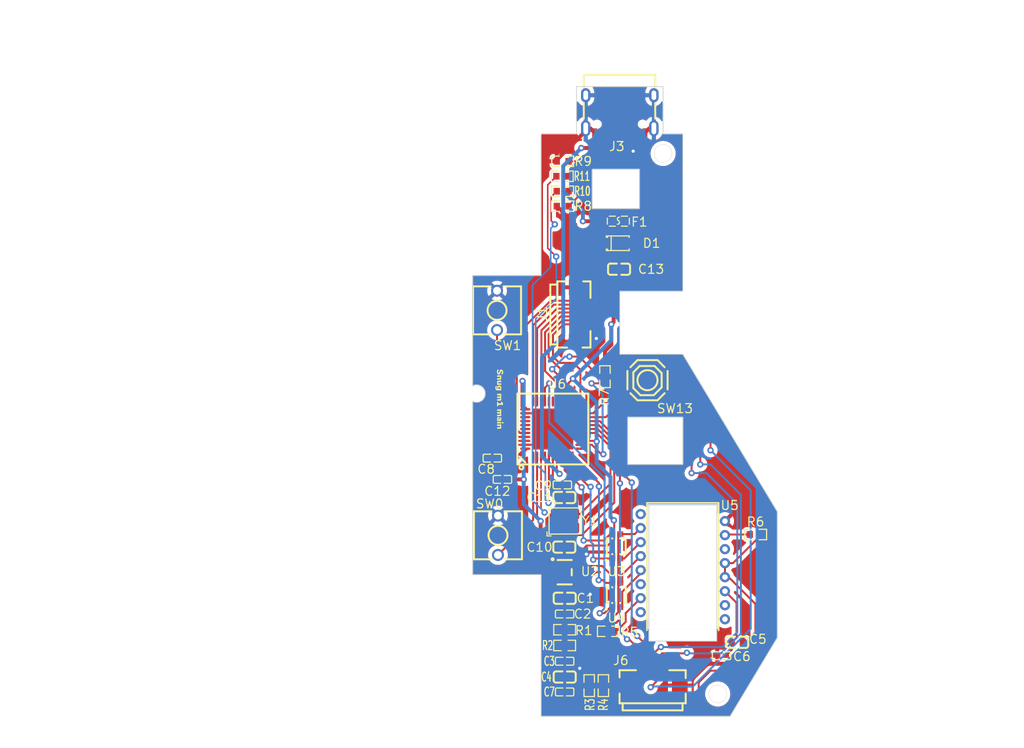
<source format=kicad_pcb>
(kicad_pcb (version 20221018) (generator pcbnew)
  (layers (0 "F.Cu" signal) (31 "B.Cu" signal) (34 "B.Paste" user) (35 "F.Paste" user) (36 "B.SilkS" user "B.Silkscreen") (37 "F.SilkS" user "F.Silkscreen") (38 "B.Mask" user) (39 "F.Mask" user) (44 "Edge.Cuts" user))
  (net 0 "")
  (net 1 "GND")
  (net 2 "RE0B")
  (net 3 "RE0A")
  (net 4 "NCS")
  (net 5 "MOSI")
  (net 6 "MISO")
  (net 7 "SCLK")
  (net 8 "VCC")
  (net 9 "RESET")
  (net 10 "Net-(U2-FB)")
  (net 11 "Net-(U2-OUT)")
  (net 12 "NCS1.9V")
  (net 13 "SCLK1.9V")
  (net 14 "MISO1.9V")
  (net 15 "MOSI1.9V")
  (net 16 "Net-(U5-VDDPIX)")
  (net 17 "Net-(U5-~{RESET})")
  (net 19 "Net-(U5-LED_P)")
  (net 20 "SW8")
  (net 21 "SW6")
  (net 22 "SW5")
  (net 23 "SW7")
  (net 24 "SW4")
  (net 25 "SW3")
  (net 26 "SW2")
  (net 27 "SW1")
  (net 28 "SW0")
  (net 29 "SW9")
  (net 30 "SW10")
  (net 31 "SW11")
  (net 32 "D-")
  (net 33 "D+")
  (net 34 "Net-(J3-CC1)")
  (net 35 "Net-(J3-CC2)")
  (net 36 "Net-(U6-XTAL1)")
  (net 37 "Net-(U6-XTAL2)")
  (net 38 "Net-(U6-AREF)")
  (net 39 "Net-(U6-UCAP)")
  (net 40 "VBUS")
  (net 52 "Net-(J3-D--Pad5)")
  (net 53 "Net-(J3-D+-Pad6)")
  (net 55 "Net-(D1-A)")
  (footprint "0:C0402" (layer "F.Cu") (at 121.388 107.6)
    (fp_text reference "C9")
    (fp_text value "1uF" hide)
  )
  (footprint "0:FFCｺﾈｸﾀ_FPC-SMD_P0.50-8P_FGS-XJ-H2.0" (layer "F.Cu") (at 132.85 131.74 180)
    (fp_text reference "J6")
    (fp_text value "Conn_01x8_Pin + 2" hide)
  )
  (footprint "0:TPS73601DBVR C59200" (layer "F.Cu") (at 121.683 118.69 180)
    (fp_text reference "U2")
    (fp_text value "TPS73601DBV" hide)
  )
  (footprint "0:C0603" (layer "F.Cu") (at 143.6 127.6)
    (fp_text reference "C5")
    (fp_text value "10uF" hide)
  )
  (footprint "Logos:main" (layer "F.Cu") (at 113.248069 96.705231 -90)
    (fp_text reference "G***" hide)
    (fp_text value "LOGO" hide)
  )
  (footprint "0:C0603" (layer "F.Cu") (at 128.6 80.2)
    (fp_text reference "C13")
    (fp_text value "10uF" hide)
  )
  (footprint "0:C0402" (layer "F.Cu") (at 112.5 104.2)
    (fp_text reference "C8")
    (fp_text value "0.1uF" hide)
  )
  (footprint "0:R0603" (layer "F.Cu") (at 126.6 133.1 90)
    (fp_text reference "R4")
    (fp_text value "10k" hide)
  )
  (footprint "0:R0603" (layer "F.Cu") (at 121.383 68.39)
    (fp_text reference "R11")
    (fp_text value "22" hide)
  )
  (footprint "0:C0402" (layer "F.Cu") (at 121.683 130 180)
    (fp_text reference "C3")
    (fp_text value "0.1uF" hide)
  )
  (footprint "0:hole 2.2mm" (layer "F.Cu") (at 141.116 134.163)
    (fp_text reference "REF**" hide)
    (fp_text value "hole 2.2mm" hide)
  )
  (footprint "0:R0603" (layer "F.Cu") (at 121.43 66.49)
    (fp_text reference "R9")
    (fp_text value "5.1k" hide)
  )
  (footprint "0:R0603" (layer "F.Cu") (at 121.683 128 180)
    (fp_text reference "R2")
    (fp_text value "63.4k" hide)
  )
  (footprint "PMW3360DM-T2QU:PMW3360" (layer "F.Cu") (at 136.683 117.985 180)
    (fp_text reference "U5")
    (fp_text value "PMW3360DM-T2QU" hide)
    (fp_line (start -4.445 -7.9375) (end 4.445 -7.9375) (stroke (width 0.01)) (layer "Edge.Cuts"))
    (fp_line (start -4.445 7.9375) (end -4.445 -7.9375) (stroke (width 0.01)) (layer "Edge.Cuts"))
    (fp_line (start 4.445 -7.9375) (end 4.445 7.9375) (stroke (width 0.01)) (layer "Edge.Cuts"))
    (fp_line (start 4.445 7.9375) (end -4.445 7.9375) (stroke (width 0.01)) (layer "Edge.Cuts"))
  )
  (footprint "0:R0603" (layer "F.Cu") (at 127.233 126.2 180)
    (fp_text reference "R5")
    (fp_text value "39" hide)
  )
  (footprint "0:C0603" (layer "F.Cu") (at 121.633 115.5 180)
    (fp_text reference "C10")
    (fp_text value "22p" hide)
  )
  (footprint "0:hole 2.2mm" (layer "F.Cu") (at 134.183 65.5)
    (fp_text reference "REF**" hide)
    (fp_text value "hole 2.2mm" hide)
  )
  (footprint "0:R0603" (layer "F.Cu") (at 145.933 113.9 180)
    (fp_text reference "R6")
    (fp_text value "10k" hide)
  )
  (footprint "0:R0603" (layer "F.Cu") (at 121.43 70.29)
    (fp_text reference "R10")
    (fp_text value "22" hide)
  )
  (footprint "0:SW-SMD_4P-L5.1-W5.1-P3.70-LS6.5-TL-2" (layer "F.Cu") (at 132.2 94.3)
    (fp_text reference "SW13")
    (fp_text value "SW_RESET" hide)
  )
  (footprint "0:C0402" (layer "F.Cu") (at 121.683 133.9 180)
    (fp_text reference "C7")
    (fp_text value "0.1uF" hide)
  )
  (footprint "0:SW-TH_L6.2-W6.2-P5.00" (layer "F.Cu") (at 113.217 114 -90)
    (fp_text reference "SW0")
    (fp_text value "SW_PUSH" hide)
  )
  (footprint "0:Diode SOD-123FL_L2.7-W1.8-LS3.8-RD" (layer "F.Cu") (at 128.5 76.9)
    (fp_text reference "D1")
    (fp_text value "RB161MM-20" hide)
  )
  (footprint "0:TXS0102DCUR C53434" (layer "F.Cu") (at 128.233 115.4)
    (fp_text reference "U3")
    (fp_text value "TXS0102DCU" hide)
  )
  (footprint "0:ATMEGA32U4-MU VQFN-44_L7.0-W7.0-P0.50-BL-EP5.2" (layer "F.Cu") (at 120.183 100.5)
    (fp_text reference "U6")
    (fp_text value "ATmega32U4-M" hide)
  )
  (footprint "0:C0603" (layer "F.Cu") (at 121.683 132 180)
    (fp_text reference "C4")
    (fp_text value "10uF" hide)
  )
  (footprint "0:Crystals ROHS 16MHz OSC-SMD_4P-L3.2-W2.5-BL" (layer "F.Cu") (at 121.733 112.175)
    (fp_text reference "Y1")
    (fp_text value "16MHz" hide)
  )
  (footprint "0:C0603" (layer "F.Cu") (at 121.683 122 180)
    (fp_text reference "C1")
    (fp_text value "10uF" hide)
  )
  (footprint "0:Fuse 0603" (layer "F.Cu") (at 128.5 74.1 180)
    (fp_text reference "F1")
    (fp_text value "500mA" hide)
  )
  (footprint "0:R0603" (layer "F.Cu") (at 121.436 72.19)
    (fp_text reference "R8")
    (fp_text value "5.1k" hide)
  )
  (footprint "0:USB-C-SMD_TYPE-C-6PIN-2MD-073" (layer "F.Cu") (at 128.683 60.475 180)
    (fp_text reference "J3")
    (fp_text value "USB_C_Receptacle_USB2.0" hide)
  )
  (footprint "0:SW-TH_L6.2-W6.2-P5.00" (layer "F.Cu") (at 113.1 85.428 -90)
    (fp_text reference "SW1")
    (fp_text value "SW_PUSH" hide)
  )
  (footprint "0:C0402" (layer "F.Cu") (at 141.6 129.3 180)
    (fp_text reference "C6")
    (fp_text value "0.1uF" hide)
  )
  (footprint "0:C0402" (layer "F.Cu") (at 121.683 124 180)
    (fp_text reference "C2")
    (fp_text value "0.1uF" hide)
  )
  (footprint "0:R0603" (layer "F.Cu") (at 124.8 133.1 90)
    (fp_text reference "R3")
    (fp_text value "10k" hide)
  )
  (footprint "0:FFCｺﾈｸﾀ_FPC-SMD_P0.50-8P_FGS-XJ-H2.0" (layer "F.Cu") (at 124.36 85.95 90)
    (fp_text reference "J1")
    (fp_text value "Conn_01x8_Pin + 2" hide)
  )
  (footprint "0:TXS0102DCUR C53434" (layer "F.Cu") (at 128.233 121.6)
    (fp_text reference "U4")
    (fp_text value "TXS0102DCU" hide)
  )
  (footprint "0:C0603" (layer "F.Cu") (at 121.633 109.2 180)
    (fp_text reference "C11")
    (fp_text value "22p" hide)
  )
  (footprint "0:R0603" (layer "F.Cu") (at 126.8 93.853 90)
    (fp_text reference "R7")
    (fp_text value "10k" hide)
  )
  (footprint "0:R0603" (layer "F.Cu") (at 121.683 126 180)
    (fp_text reference "R1")
    (fp_text value "37.4k" hide)
  )
  (footprint "0:C0402" (layer "F.Cu") (at 113.783 106.9 180)
    (fp_text reference "C12")
    (fp_text value "0.1uF" hide)
  )
  (gr_line (start 123.183 57) (end 134.183 57) (stroke (width 0.1)) (layer "Edge.Cuts"))
  (gr_line (start 125.183 72.5) (end 125.183 67.5) (stroke (width 0.1)) (layer "Edge.Cuts"))
  (gr_line (start 128.683 91) (end 136.683 91) (stroke (width 0.1)) (layer "Edge.Cuts"))
  (gr_line (start 131.183 67.5) (end 131.183 72.5) (stroke (width 0.1)) (layer "Edge.Cuts"))
  (gr_line (start 136.683 83) (end 128.683 83) (stroke (width 0.1)) (layer "Edge.Cuts"))
  (gr_arc (start 110 95.020001) (mid 111.600181 96) (end 110 96.979999) (stroke (width 0.1)) (layer "Edge.Cuts"))
  (gr_line (start 125.183 72.5) (end 131.183 72.5) (stroke (width 0.1)) (layer "Edge.Cuts"))
  (gr_line (start 123.183 63) (end 123.183 57) (stroke (width 0.1)) (layer "Edge.Cuts"))
  (gr_line (start 110 81) (end 110 95.02) (stroke (width 0.1)) (layer "Edge.Cuts"))
  (gr_line (start 118.683 137) (end 118.683 119) (stroke (width 0.1)) (layer "Edge.Cuts"))
  (gr_line (start 129.683 99) (end 136.683 99) (stroke (width 0.1)) (layer "Edge.Cuts"))
  (gr_line (start 132.383 127.44) (end 132.383 110.18) (stroke (width 0.1)) (layer "Edge.Cuts"))
  (gr_circle (center 134.183 65.5) (end 135.283 65.5) (stroke (width 0.1)) (fill none) (layer "Edge.Cuts"))
  (gr_line (start 148.683 127) (end 142.683 137) (stroke (width 0.1)) (layer "Edge.Cuts"))
  (gr_line (start 118.683 119) (end 110 119) (stroke (width 0.1)) (layer "Edge.Cuts"))
  (gr_line (start 136.683 91) (end 148.683 111) (stroke (width 0.1)) (layer "Edge.Cuts"))
  (gr_line (start 140.983 110.18) (end 140.983 127.44) (stroke (width 0.1)) (layer "Edge.Cuts"))
  (gr_circle (center 141.116 134.163) (end 142.216 134.163) (stroke (width 0.1)) (fill none) (layer "Edge.Cuts"))
  (gr_line (start 132.383 127.44) (end 140.983 127.44) (stroke (width 0.1)) (layer "Edge.Cuts"))
  (gr_line (start 136.683 63) (end 136.683 83) (stroke (width 0.1)) (layer "Edge.Cuts"))
  (gr_line (start 118.683 81) (end 118.683 63) (stroke (width 0.1)) (layer "Edge.Cuts"))
  (gr_line (start 134.183 63) (end 136.683 63) (stroke (width 0.1)) (layer "Edge.Cuts"))
  (gr_line (start 148.683 111) (end 148.683 127) (stroke (width 0.1)) (layer "Edge.Cuts"))
  (gr_line (start 128.683 83) (end 128.683 91) (stroke (width 0.1)) (layer "Edge.Cuts"))
  (gr_line (start 136.683 105) (end 129.683 105) (stroke (width 0.1)) (layer "Edge.Cuts"))
  (gr_line (start 132.383 110.18) (end 140.983 110.18) (stroke (width 0.1)) (layer "Edge.Cuts"))
  (gr_line (start 134.183 57) (end 134.183 63) (stroke (width 0.1)) (layer "Edge.Cuts"))
  (gr_line (start 118.683 137) (end 142.683 137) (stroke (width 0.1)) (layer "Edge.Cuts"))
  (gr_line (start 136.683 99) (end 136.683 105) (stroke (width 0.1)) (layer "Edge.Cuts"))
  (gr_line (start 110 81) (end 118.683 81) (stroke (width 0.1)) (layer "Edge.Cuts"))
  (gr_line (start 110 119) (end 110 96.98) (stroke (width 0.1)) (layer "Edge.Cuts"))
  (gr_line (start 118.683 63) (end 123.183 63) (stroke (width 0.1)) (layer "Edge.Cuts"))
  (gr_line (start 125.183 67.5) (end 131.183 67.5) (stroke (width 0.1)) (layer "Edge.Cuts"))
  (gr_line (start 129.683 105) (end 129.683 99) (stroke (width 0.1)) (layer "Edge.Cuts"))
  (segment (start 120.833 111.3) (end 120.633 111.3) (width 0.5) (layer "F.Cu") (net 1))
  (segment (start 119.683 104) (end 119.683 107.95) (width 0.25) (layer "F.Cu") (net 1))
  (segment (start 127.846 116.2) (end 124.633 116.2) (width 0.25) (layer "F.Cu") (net 1))
  (segment (start 124.933 62.3) (end 125.483 62.85) (width 0.5) (layer "F.Cu") (net 1))
  (segment (start 123.02 74.527) (end 123.02 82.5) (width 0.5) (layer "F.Cu") (net 1))
  (segment (start 124.358 62.625) (end 124.358 62.3) (width 0.5) (layer "F.Cu") (net 1))
  (segment (start 118.183 102.5) (end 120.183 100.5) (width 0.25) (layer "F.Cu") (net 1))
  (segment (start 119.683 107.95) (end 120.933 109.2) (width 0.25) (layer "F.Cu") (net 1))
  (segment (start 124.72 87.7) (end 123.02 89.4) (width 0.25) (layer "F.Cu") (net 1))
  (segment (start 119.483 112) (end 120.183 111.3) (width 0.5) (layer "F.Cu") (net 1))
  (segment (start 124.633 116.2) (end 124.433 116.4) (width 0.25) (layer "F.Cu") (net 1))
  (segment (start 120.93 128) (end 120.077 127.147) (width 0.5) (layer "F.Cu") (net 1))
  (segment (start 114.745 102.5) (end 113.045 104.2) (width 0.25) (layer "F.Cu") (net 1))
  (segment (start 120.933 111) (end 120.633 111.3) (width 0.5) (layer "F.Cu") (net 1))
  (segment (start 120.077 125.061) (end 121.138 124) (width 0.5) (layer "F.Cu") (net 1))
  (segment (start 121.933 107.6) (end 121.933 108.075) (width 0.5) (layer "F.Cu") (net 1))
  (segment (start 119.683 101) (end 120.183 100.5) (width 0.25) (layer "F.Cu") (net 1))
  (segment (start 119.683 104) (end 119.683 101) (width 0.25) (layer "F.Cu") (net 1))
  (segment (start 122.833 113) (end 122.433 112.6) (width 0.5) (layer "F.Cu") (net 1))
  (segment (start 121.933 108.075) (end 120.933 109.075) (width 0.5) (layer "F.Cu") (net 1))
  (segment (start 126.946 121.5) (end 127.979 122.533) (width 0.25) (layer "F.Cu") (net 1))
  (segment (start 120.677 66.306) (end 124.358 62.625) (width 0.5) (layer "F.Cu") (net 1))
  (segment (start 116.683 102.5) (end 114.745 102.5) (width 0.25) (layer "F.Cu") (net 1))
  (segment (start 127.979 116.333) (end 127.846 116.2) (width 0.25) (layer "F.Cu") (net 1))
  (segment (start 127.979 116.95) (end 127.979 116.333) (width 0.25) (layer "F.Cu") (net 1))
  (segment (start 120.93 128) (end 120.293 128.637) (width 0.5) (layer "F.Cu") (net 1))
  (segment (start 122.133 112.6) (end 120.833 111.3) (width 0.5) (layer "F.Cu") (net 1))
  (segment (start 120.677 66.49) (end 120.677 66.306) (width 0.5) (layer "F.Cu") (net 1))
  (segment (start 120.077 127.147) (end 120.077 125.061) (width 0.5) (layer "F.Cu") (net 1))
  (segment (start 122.833 113.05) (end 122.833 113) (width 0.5) (layer "F.Cu") (net 1))
  (segment (start 120.293 131.31) (end 120.983 132) (width 0.5) (layer "F.Cu") (net 1))
  (segment (start 116.683 102.5) (end 118.183 102.5) (width 0.25) (layer "F.Cu") (net 1))
  (segment (start 120.933 115.45) (end 119.483 114) (width 0.5) (layer "F.Cu") (net 1))
  (segment (start 131.883 63.7) (end 130.383 65.2) (width 0.5) (layer "F.Cu") (net 1))
  (segment (start 122.433 112.6) (end 122.133 112.6) (width 0.5) (layer "F.Cu") (net 1))
  (segment (start 125.7 87.7) (end 124.72 87.7) (width 0.25) (layer "F.Cu") (net 1))
  (segment (start 120.383 118.69) (end 119.633 118.69) (width 0.5) (layer "F.Cu") (net 1))
  (segment (start 133.008 62.3) (end 132.433 62.3) (width 0.5) (layer "F.Cu") (net 1))
  (segment (start 120.933 109.2) (end 120.933 111) (width 0.5) (layer "F.Cu") (net 1))
  (segment (start 124.358 62.3) (end 124.933 62.3) (width 0.5) (layer "F.Cu") (net 1))
  (segment (start 132.433 62.3) (end 131.883 62.85) (width 0.5) (layer "F.Cu") (net 1))
  (segment (start 118.183 98.5) (end 120.183 100.5) (width 0.25) (layer "F.Cu") (net 1))
  (segment (start 119.483 114) (end 119.483 112) (width 0.5) (layer "F.Cu") (net 1))
  (segment (start 122.683 98) (end 120.183 100.5) (width 0.25) (layer "F.Cu") (net 1))
  (segment (start 124.358 62.7) (end 124.358 62.809) (width 0.5) (layer "F.Cu") (net 1))
  (segment (start 134.6 131.38) (end 136.3 133.08) (width 0.25) (layer "F.Cu") (net 1))
  (segment (start 120.933 109.075) (end 120.933 109.2) (width 0.5) (layer "F.Cu") (net 1))
  (segment (start 131.883 62.85) (end 131.883 63.7) (width 0.5) (layer "F.Cu") (net 1))
  (segment (start 124.933 121.5) (end 126.946 121.5) (width 0.25) (layer "F.Cu") (net 1))
  (segment (start 134.6 130.4) (end 134.6 131.38) (width 0.25) (layer "F.Cu") (net 1))
  (segment (start 119.233 119.09) (end 119.233 120.25) (width 0.5) (layer "F.Cu") (net 1))
  (segment (start 127.979 122.533) (end 127.979 123.15) (width 0.25) (layer "F.Cu") (net 1))
  (segment (start 123.683 101.5) (end 121.183 101.5) (width 0.25) (layer "F.Cu") (net 1))
  (segment (start 120.183 111.3) (end 120.633 111.3) (width 0.5) (layer "F.Cu") (net 1))
  (segment (start 122.683 97) (end 122.683 98) (width 0.25) (layer "F.Cu") (net 1))
  (segment (start 119.633 118.69) (end 119.233 119.09) (width 0.5) (layer "F.Cu") (net 1))
  (segment (start 116.683 98.5) (end 118.183 98.5) (width 0.25) (layer "F.Cu") (net 1))
  (segment (start 122.783 113.05) (end 122.633 112.9) (width 0.5) (layer "F.Cu") (net 1))
  (segment (start 120.683 72.19) (end 123.02 74.527) (width 0.5) (layer "F.Cu") (net 1))
  (segment (start 119.233 120.25) (end 120.983 122) (width 0.5) (layer "F.Cu") (net 1))
  (segment (start 120.933 115.5) (end 120.933 115.45) (width 0.5) (layer "F.Cu") (net 1))
  (segment (start 120.293 128.637) (end 120.293 131.31) (width 0.5) (layer "F.Cu") (net 1))
  (segment (start 121.183 101.5) (end 120.183 100.5) (width 0.25) (layer "F.Cu") (net 1))
  (via (at 130.383 65.2) (size 0.8) (drill 0.4) (layers "F.Cu" "B.Cu") (net 1))
  (via (at 125.7 89) (size 0.8) (drill 0.4) (layers "F.Cu" "B.Cu") (net 1))
  (via (at 123.6 130.9) (size 0.8) (drill 0.4) (layers "F.Cu" "B.Cu") (net 1))
  (via (at 124.933 121.5) (size 0.8) (drill 0.4) (layers "F.Cu" "B.Cu") (net 1))
  (via (at 124.433 116.4) (size 0.8) (drill 0.4) (layers "F.Cu" "B.Cu") (net 1))
  (segment (start 123.683 92.983) (end 123.683 98) (width 0.25) (layer "F.Cu") (net 2))
  (segment (start 121 92.1) (end 122.8 92.1) (width 0.25) (layer "F.Cu") (net 2))
  (segment (start 125.698 87.202) (end 121.534396 87.202) (width 0.25) (layer "F.Cu") (net 2))
  (segment (start 120.2 91.3) (end 121 92.1) (width 0.25) (layer "F.Cu") (net 2))
  (segment (start 121.534396 87.202) (end 120.2 88.536396) (width 0.25) (layer "F.Cu") (net 2))
  (segment (start 120.2 88.536396) (end 120.2 91.3) (width 0.25) (layer "F.Cu") (net 2))
  (segment (start 122.8 92.1) (end 123.683 92.983) (width 0.25) (layer "F.Cu") (net 2))
  (segment (start 121.4 86.7) (end 119.65 88.45) (width 0.25) (layer "F.Cu") (net 3))
  (segment (start 120.813604 92.55) (end 120.85 92.55) (width 0.25) (layer "F.Cu") (net 3))
  (segment (start 120.85 92.55) (end 121.683 93.383) (width 0.25) (layer "F.Cu") (net 3))
  (segment (start 125.7 86.7) (end 121.4 86.7) (width 0.25) (layer "F.Cu") (net 3))
  (segment (start 119.65 88.45) (end 119.65 91.386396) (width 0.25) (layer "F.Cu") (net 3))
  (segment (start 121.683 93.383) (end 121.683 97) (width 0.25) (layer "F.Cu") (net 3))
  (segment (start 119.65 91.386396) (end 120.813604 92.55) (width 0.25) (layer "F.Cu") (net 3))
  (segment (start 126.721 123.9) (end 127.471 123.15) (width 0.25) (layer "F.Cu") (net 4))
  (segment (start 119.183 97) (end 119.183 95.25) (width 0.25) (layer "F.Cu") (net 4))
  (segment (start 126.133 123.9) (end 126.721 123.9) (width 0.25) (layer "F.Cu") (net 4))
  (segment (start 119.183 95.25) (end 119.733 94.7) (width 0.25) (layer "F.Cu") (net 4))
  (via (at 119.733 94.7) (size 0.8) (drill 0.4) (layers "F.Cu" "B.Cu") (net 4))
  (via (at 126.133 123.9) (size 0.8) (drill 0.4) (layers "F.Cu" "B.Cu") (net 4))
  (segment (start 126.733 123.3) (end 126.733 108.125305) (width 0.25) (layer "B.Cu") (net 4))
  (segment (start 126.133 123.9) (end 126.733 123.3) (width 0.25) (layer "B.Cu") (net 4))
  (segment (start 126.758 108.100305) (end 126.758 106.725) (width 0.25) (layer "B.Cu") (net 4))
  (segment (start 126.733 108.125305) (end 126.758 108.100305) (width 0.25) (layer "B.Cu") (net 4))
  (segment (start 119.733 99.7) (end 119.733 94.7) (width 0.25) (layer "B.Cu") (net 4))
  (segment (start 126.758 106.725) (end 119.733 99.7) (width 0.25) (layer "B.Cu") (net 4))
  (segment (start 124.970701 107.837701) (end 124.796006 107.837701) (width 0.25) (layer "F.Cu") (net 5))
  (segment (start 122.183 105.224695) (end 122.183 104) (width 0.25) (layer "F.Cu") (net 5))
  (segment (start 125.4585 116.95) (end 127.437 116.95) (width 0.25) (layer "F.Cu") (net 5))
  (segment (start 125.3085 117.1) (end 125.4585 116.95) (width 0.25) (layer "F.Cu") (net 5))
  (segment (start 124.796006 107.837701) (end 122.183 105.224695) (width 0.25) (layer "F.Cu") (net 5))
  (via (at 125.3085 117.1) (size 0.8) (drill 0.4) (layers "F.Cu" "B.Cu") (net 5))
  (via (at 124.970701 107.837701) (size 0.8) (drill 0.4) (layers "F.Cu" "B.Cu") (net 5))
  (segment (start 125.3085 117.1) (end 125.3085 115.141832) (width 0.25) (layer "B.Cu") (net 5))
  (segment (start 124.970701 114.804033) (end 124.970701 107.837701) (width 0.25) (layer "B.Cu") (net 5))
  (segment (start 125.3085 115.141832) (end 124.970701 114.804033) (width 0.25) (layer "B.Cu") (net 5))
  (segment (start 126.533 119.7) (end 126.883 120.05) (width 0.25) (layer "F.Cu") (net 6))
  (segment (start 126.033 107.35) (end 122.683 104) (width 0.25) (layer "F.Cu") (net 6))
  (segment (start 126.033 107.8) (end 126.033 107.35) (width 0.25) (layer "F.Cu") (net 6))
  (segment (start 126.0085 119.7) (end 126.533 119.7) (width 0.25) (layer "F.Cu") (net 6))
  (segment (start 126.883 120.05) (end 127.471 120.05) (width 0.25) (layer "F.Cu") (net 6))
  (via (at 126.0085 119.7) (size 0.8) (drill 0.4) (layers "F.Cu" "B.Cu") (net 6))
  (via (at 126.033 107.8) (size 0.8) (drill 0.4) (layers "F.Cu" "B.Cu") (net 6))
  (segment (start 126.0085 119.7) (end 126.033 119.6755) (width 0.25) (layer "B.Cu") (net 6))
  (segment (start 126.033 119.6755) (end 126.033 107.8) (width 0.25) (layer "B.Cu") (net 6))
  (segment (start 127.437 113.884) (end 127.437 113.85) (width 0.25) (layer "F.Cu") (net 7))
  (segment (start 126.658678 114.662322) (end 127.437 113.884) (width 0.25) (layer "F.Cu") (net 7))
  (segment (start 124.087107 114.662322) (end 126.658678 114.662322) (width 0.25) (layer "F.Cu") (net 7))
  (segment (start 121.683 105.749294) (end 121.683 104) (width 0.25) (layer "F.Cu") (net 7))
  (segment (start 123.833353 107.899647) (end 121.683 105.749294) (width 0.25) (layer "F.Cu") (net 7))
  (via (at 124.087107 114.662322) (size 0.8) (drill 0.4) (layers "F.Cu" "B.Cu") (net 7))
  (via (at 123.833353 107.899647) (size 0.8) (drill 0.4) (layers "F.Cu" "B.Cu") (net 7))
  (segment (start 124.033 114.608215) (end 124.033 108.099294) (width 0.25) (layer "B.Cu") (net 7))
  (segment (start 124.087107 114.662322) (end 124.033 114.608215) (width 0.25) (layer "B.Cu") (net 7))
  (segment (start 124.033 108.099294) (end 123.833353 107.899647) (width 0.25) (layer "B.Cu") (net 7))
  (segment (start 114.328 106.9) (end 114.328 105.455) (width 0.5) (layer "F.Cu") (net 8))
  (segment (start 127.979 113.85) (end 127.979 114.467) (width 0.25) (layer "F.Cu") (net 8))
  (segment (start 123.793 117.1) (end 122.674734 117.1) (width 0.25) (layer "F.Cu") (net 8))
  (segment (start 127.979 119.433) (end 126.446 117.9) (width 0.25) (layer "F.Cu") (net 8))
  (segment (start 116.333 94.4) (end 116.333 97.65) (width 0.5) (layer "F.Cu") (net 8))
  (segment (start 127.9 86.9) (end 127.6 87.2) (width 0.5) (layer "F.Cu") (net 8))
  (segment (start 124.593 117.9) (end 123.793 117.1) (width 0.25) (layer "F.Cu") (net 8))
  (segment (start 122.383 122) (end 122.383 123.845) (width 0.5) (layer "F.Cu") (net 8))
  (segment (start 122.674734 117.1) (end 121.023 117.1) (width 0.25) (layer "F.Cu") (net 8))
  (segment (start 123.683 102) (end 125.657598 102) (width 0.25) (layer "F.Cu") (net 8))
  (segment (start 118.183 111.75) (end 118.633 112.2) (width 0.25) (layer "F.Cu") (net 8))
  (segment (start 121.733 119.29) (end 121.383 119.64) (width 0.5) (layer "F.Cu") (net 8))
  (segment (start 121.733 118.2) (end 121.733 119.29) (width 0.5) (layer "F.Cu") (net 8))
  (segment (start 114.328 105.455) (end 116.683 103.1) (width 0.5) (layer "F.Cu") (net 8))
  (segment (start 118.633 112.2) (end 118.633 115.99) (width 0.5) (layer "F.Cu") (net 8))
  (segment (start 127.979 113.85) (end 127.979 112.146) (width 0.25) (layer "F.Cu") (net 8))
  (segment (start 121.273 117.74) (end 121.733 118.2) (width 0.5) (layer "F.Cu") (net 8))
  (segment (start 127.9 80.2) (end 127.9 86.9) (width 0.5) (layer "F.Cu") (net 8))
  (segment (start 127.6 89.8) (end 126.8 90.6) (width 0.5) (layer "F.Cu") (net 8))
  (segment (start 124.474734 115.3) (end 122.674734 117.1) (width 0.25) (layer "F.Cu") (net 8))
  (segment (start 122.183 97) (end 122.183 94.65) (width 0.25) (layer "F.Cu") (net 8))
  (segment (start 126.765 79.065) (end 127.9 80.2) (width 0.5) (layer "F.Cu") (net 8))
  (segment (start 122.183 94.65) (end 122.733 94.1) (width 0.25) (layer "F.Cu") (net 8))
  (segment (start 116.333 97.65) (end 116.583 97.9) (width 0.5) (layer "F.Cu") (net 8))
  (segment (start 122.383 121.64) (end 120.383 119.64) (width 0.5) (layer "F.Cu") (net 8))
  (segment (start 126.446 117.9) (end 124.593 117.9) (width 0.25) (layer "F.Cu") (net 8))
  (segment (start 120.383 117.74) (end 121.273 117.74) (width 0.5) (layer "F.Cu") (net 8))
  (segment (start 127.146 115.3) (end 124.474734 115.3) (width 0.25) (layer "F.Cu") (net 8))
  (segment (start 126.8 90.6) (end 126.8 93.1) (width 0.5) (layer "F.Cu") (net 8))
  (segment (start 127.6 87.2) (end 127.6 89.8) (width 0.5) (layer "F.Cu") (net 8))
  (segment (start 118.183 104) (end 118.183 111.75) (width 0.25) (layer "F.Cu") (net 8))
  (segment (start 121.023 117.1) (end 120.383 117.74) (width 0.25) (layer "F.Cu") (net 8))
  (segment (start 116.583 97.9) (end 116.683 97.9) (width 0.5) (layer "F.Cu") (net 8))
  (segment (start 127.979 112.146) (end 127.933 112.1) (width 0.25) (layer "F.Cu") (net 8))
  (segment (start 125.657598 102) (end 125.745299 102.087701) (width 0.25) (layer "F.Cu") (net 8))
  (segment (start 121.383 119.64) (end 120.383 119.64) (width 0.5) (layer "F.Cu") (net 8))
  (segment (start 116.483 106.9) (end 114.328 106.9) (width 0.5) (layer "F.Cu") (net 8))
  (segment (start 126.765 76.9) (end 126.765 79.065) (width 0.5) (layer "F.Cu") (net 8))
  (segment (start 122.383 123.845) (end 122.228 124) (width 0.5) (layer "F.Cu") (net 8))
  (segment (start 122.383 122) (end 122.383 121.64) (width 0.5) (layer "F.Cu") (net 8))
  (segment (start 127.979 114.467) (end 127.146 115.3) (width 0.25) (layer "F.Cu") (net 8))
  (segment (start 127.979 120.05) (end 127.979 119.433) (width 0.25) (layer "F.Cu") (net 8))
  (segment (start 118.633 115.99) (end 120.383 117.74) (width 0.5) (layer "F.Cu") (net 8))
  (via (at 116.483 106.9) (size 0.8) (drill 0.4) (layers "F.Cu" "B.Cu") (net 8))
  (via (at 116.333 94.4) (size 0.8) (drill 0.4) (layers "F.Cu" "B.Cu") (net 8))
  (via (at 118.633 112.2) (size 0.8) (drill 0.4) (layers "F.Cu" "B.Cu") (net 8))
  (via (at 122.733 94.1) (size 0.8) (drill 0.4) (layers "F.Cu" "B.Cu") (net 8))
  (via (at 127.933 112.1) (size 0.8) (drill 0.4) (layers "F.Cu" "B.Cu") (net 8))
  (via (at 127.6 87.2) (size 0.8) (drill 0.4) (layers "F.Cu" "B.Cu") (net 8))
  (via (at 125.745299 102.087701) (size 0.8) (drill 0.4) (layers "F.Cu" "B.Cu") (net 8))
  (segment (start 127.5 106.6) (end 127.5 111.667) (width 0.5) (layer "B.Cu") (net 8))
  (segment (start 125.745299 102.087701) (end 125.745299 104.845299) (width 0.5) (layer "B.Cu") (net 8))
  (segment (start 125.745299 102.087701) (end 125.745299 99.686994) (width 0.5) (layer "B.Cu") (net 8))
  (segment (start 116.483 94.55) (end 116.333 94.4) (width 0.5) (layer "B.Cu") (net 8))
  (segment (start 125.733 99.674695) (end 125.733 97.1) (width 0.5) (layer "B.Cu") (net 8))
  (segment (start 116.483 110.05) (end 118.633 112.2) (width 0.5) (layer "B.Cu") (net 8))
  (segment (start 125.745299 104.845299) (end 127.5 106.6) (width 0.5) (layer "B.Cu") (net 8))
  (segment (start 127.5 111.667) (end 127.933 112.1) (width 0.5) (layer "B.Cu") (net 8))
  (segment (start 125.733 97.1) (end 122.733 94.1) (width 0.5) (layer "B.Cu") (net 8))
  (segment (start 116.483 106.9) (end 116.483 110.05) (width 0.5) (layer "B.Cu") (net 8))
  (segment (start 127.6 89.233) (end 122.733 94.1) (width 0.5) (layer "B.Cu") (net 8))
  (segment (start 116.483 106.9) (end 116.483 94.55) (width 0.5) (layer "B.Cu") (net 8))
  (segment (start 127.6 87.2) (end 127.6 89.233) (width 0.5) (layer "B.Cu") (net 8))
  (segment (start 125.745299 99.686994) (end 125.733 99.674695) (width 0.5) (layer "B.Cu") (net 8))
  (segment (start 126.332293 103.7) (end 125.132293 102.5) (width 0.25) (layer "F.Cu") (net 9))
  (segment (start 125.132293 102.5) (end 123.683 102.5) (width 0.25) (layer "F.Cu") (net 9))
  (segment (start 126.8 94.606) (end 126.8 94.75) (width 0.25) (layer "F.Cu") (net 9))
  (segment (start 127.356 94.606) (end 128.9 96.15) (width 0.25) (layer "F.Cu") (net 9))
  (segment (start 125.1 94.7) (end 126.706 94.7) (width 0.25) (layer "F.Cu") (net 9))
  (segment (start 126.8 94.606) (end 127.356 94.606) (width 0.25) (layer "F.Cu") (net 9))
  (segment (start 126.706 94.7) (end 126.8 94.606) (width 0.25) (layer "F.Cu") (net 9))
  (segment (start 126.594799 103.7) (end 126.332293 103.7) (width 0.25) (layer "F.Cu") (net 9))
  (via (at 125.1 94.7) (size 0.8) (drill 0.4) (layers "F.Cu" "B.Cu") (net 9))
  (via (at 126.594799 103.7) (size 0.8) (drill 0.4) (layers "F.Cu" "B.Cu") (net 9))
  (segment (start 125.1 94.7) (end 126.5 96.1) (width 0.25) (layer "B.Cu") (net 9))
  (segment (start 126.5 96.1) (end 126.5 103.605201) (width 0.25) (layer "B.Cu") (net 9))
  (segment (start 126.5 103.605201) (end 126.594799 103.7) (width 0.25) (layer "B.Cu") (net 9))
  (segment (start 121.138 129.298) (end 121.138 130) (width 0.25) (layer "F.Cu") (net 10))
  (segment (start 121.687 125.243) (end 120.93 126) (width 0.25) (layer "F.Cu") (net 10))
  (segment (start 123.108 124.325) (end 122.19 125.243) (width 0.25) (layer "F.Cu") (net 10))
  (segment (start 123.108 119.765) (end 123.108 124.325) (width 0.25) (layer "F.Cu") (net 10))
  (segment (start 122.19 125.243) (end 121.687 125.243) (width 0.25) (layer "F.Cu") (net 10))
  (segment (start 122.436 128) (end 121.138 129.298) (width 0.25) (layer "F.Cu") (net 10))
  (segment (start 120.93 126) (end 120.93 126.494) (width 0.25) (layer "F.Cu") (net 10))
  (segment (start 122.983 119.64) (end 123.108 119.765) (width 0.25) (layer "F.Cu") (net 10))
  (segment (start 120.93 126.494) (end 122.436 128) (width 0.25) (layer "F.Cu") (net 10))
  (segment (start 122.636 126.2) (end 122.436 126) (width 0.25) (layer "F.Cu") (net 11))
  (segment (start 128.487 123.15) (end 128.487 123.767) (width 0.25) (layer "F.Cu") (net 11))
  (segment (start 128.147 135.4) (end 126.6 133.853) (width 0.25) (layer "F.Cu") (net 11))
  (segment (start 138.7 132.7) (end 138.7 134.3) (width 0.25) (layer "F.Cu") (net 11))
  (segment (start 142.033 117.54) (end 142.033 119.32) (width 0.25) (layer "F.Cu") (net 11))
  (segment (start 128.487 113.85) (end 128.487 116.95) (width 0.25) (layer "F.Cu") (net 11))
  (segment (start 122.383 132) (end 122.383 133.745) (width 0.25) (layer "F.Cu") (net 11))
  (segment (start 128.487 123.15) (end 128.487 120.05) (width 0.25) (layer "F.Cu") (net 11))
  (segment (start 128.487 116.95) (end 128.487 120.05) (width 0.25) (layer "F.Cu") (net 11))
  (segment (start 137.6 135.4) (end 128.147 135.4) (width 0.25) (layer "F.Cu") (net 11))
  (segment (start 126.48 125.774) (end 126.48 126.2) (width 0.25) (layer "F.Cu") (net 11))
  (segment (start 140.2 131.2) (end 138.7 132.7) (width 0.25) (layer "F.Cu") (net 11))
  (segment (start 123.164 129.064) (end 122.228 130) (width 0.25) (layer "F.Cu") (net 11))
  (segment (start 122.228 131.845) (end 122.383 132) (width 0.25) (layer "F.Cu") (net 11))
  (segment (start 123.833 118.59) (end 123.833 124.603) (width 0.25) (layer "F.Cu") (net 11))
  (segment (start 142.033 119.32) (end 142.503 119.32) (width 0.25) (layer "F.Cu") (net 11))
  (segment (start 123.164 126.728) (end 123.164 129.064) (width 0.25) (layer "F.Cu") (net 11))
  (segment (start 126.48 126.2) (end 122.636 126.2) (width 0.25) (layer "F.Cu") (net 11))
  (segment (start 145.9 128.6) (end 143.3 131.2) (width 0.25) (layer "F.Cu") (net 11))
  (segment (start 124.8 133.853) (end 126.6 133.853) (width 0.25) (layer "F.Cu") (net 11))
  (segment (start 128.487 123.767) (end 126.48 125.774) (width 0.25) (layer "F.Cu") (net 11))
  (segment (start 122.383 133.745) (end 122.228 133.9) (width 0.25) (layer "F.Cu") (net 11))
  (segment (start 138.7 134.3) (end 137.6 135.4) (width 0.25) (layer "F.Cu") (net 11))
  (segment (start 143.046 117.54) (end 142.033 117.54) (width 0.25) (layer "F.Cu") (net 11))
  (segment (start 122.436 126) (end 123.164 126.728) (width 0.25) (layer "F.Cu") (net 11))
  (segment (start 124.753 133.9) (end 124.8 133.853) (width 0.25) (layer "F.Cu") (net 11))
  (segment (start 123.833 124.603) (end 122.436 126) (width 0.25) (layer "F.Cu") (net 11))
  (segment (start 122.983 117.74) (end 123.833 118.59) (width 0.25) (layer "F.Cu") (net 11))
  (segment (start 145.9 122.717) (end 145.9 128.6) (width 0.25) (layer "F.Cu") (net 11))
  (segment (start 122.228 133.9) (end 124.753 133.9) (width 0.25) (layer "F.Cu") (net 11))
  (segment (start 122.228 130) (end 122.228 131.845) (width 0.25) (layer "F.Cu") (net 11))
  (segment (start 142.503 119.32) (end 145.9 122.717) (width 0.25) (layer "F.Cu") (net 11))
  (segment (start 143.3 131.2) (end 140.2 131.2) (width 0.25) (layer "F.Cu") (net 11))
  (segment (start 146.686 113.9) (end 143.046 117.54) (width 0.25) (layer "F.Cu") (net 11))
  (segment (start 128.995 123.15) (end 128.995 121.169141) (width 0.25) (layer "F.Cu") (net 12))
  (segment (start 131.333 118.831141) (end 131.333 118.43) (width 0.25) (layer "F.Cu") (net 12))
  (segment (start 128.995 121.169141) (end 131.333 118.831141) (width 0.25) (layer "F.Cu") (net 12))
  (segment (start 128.995 113.85) (end 130.573 113.85) (width 0.25) (layer "F.Cu") (net 13))
  (segment (start 130.573 113.85) (end 131.333 113.09) (width 0.25) (layer "F.Cu") (net 13))
  (segment (start 128.995 120.05) (end 128.995 118.988) (width 0.25) (layer "F.Cu") (net 14))
  (segment (start 128.995 118.988) (end 131.333 116.65) (width 0.25) (layer "F.Cu") (net 14))
  (segment (start 128.995 116.95) (end 129.253 116.95) (width 0.25) (layer "F.Cu") (net 15))
  (segment (start 129.253 116.95) (end 131.333 114.87) (width 0.25) (layer "F.Cu") (net 15))
  (segment (start 142.033 121.1) (end 143.5 122.567) (width 0.25) (layer "F.Cu") (net 16))
  (segment (start 143.5 122.567) (end 143.5 127) (width 0.25) (layer "F.Cu") (net 16))
  (segment (start 142.9 127.6) (end 142.9 128.545) (width 0.25) (layer "F.Cu") (net 16))
  (segment (start 143.5 127) (end 142.9 127.6) (width 0.25) (layer "F.Cu") (net 16))
  (segment (start 142.9 128.545) (end 142.145 129.3) (width 0.25) (layer "F.Cu") (net 16))
  (segment (start 142.113 113.9) (end 142.033 113.98) (width 0.25) (layer "F.Cu") (net 17))
  (segment (start 145.18 113.9) (end 142.113 113.9) (width 0.25) (layer "F.Cu") (net 17))
  (segment (start 131.333 121.99) (end 129.433 123.89) (width 0.25) (layer "F.Cu") (net 19))
  (segment (start 129.433 123.89) (end 129.433 125) (width 0.25) (layer "F.Cu") (net 19))
  (segment (start 129.433 125) (end 128.233 126.2) (width 0.25) (layer "F.Cu") (net 19))
  (segment (start 128.233 126.2) (end 127.986 126.2) (width 0.25) (layer "F.Cu") (net 19))
  (segment (start 138.9 99.1) (end 137 97.2) (width 0.25) (layer "F.Cu") (net 20))
  (segment (start 137.2 128.9245) (end 137.1245 129) (width 0.25) (layer "F.Cu") (net 20))
  (segment (start 133.6 129.454) (end 133.6 130.4) (width 0.25) (layer "F.Cu") (net 20))
  (segment (start 137.1245 129) (end 134.054 129) (width 0.25) (layer "F.Cu") (net 20))
  (segment (start 126.6 97.2) (end 125.3 98.5) (width 0.25) (layer "F.Cu") (net 20))
  (segment (start 138.9 105) (end 138.9 99.1) (width 0.25) (layer "F.Cu") (net 20))
  (segment (start 134.054 129) (end 133.6 129.454) (width 0.25) (layer "F.Cu") (net 20))
  (segment (start 125.3 98.5) (end 123.683 98.5) (width 0.25) (layer "F.Cu") (net 20))
  (segment (start 137 97.2) (end 126.6 97.2) (width 0.25) (layer "F.Cu") (net 20))
  (via (at 137.2 128.9245) (size 0.8) (drill 0.4) (layers "F.Cu" "B.Cu") (net 20))
  (via (at 138.9 105) (size 0.8) (drill 0.4) (layers "F.Cu" "B.Cu") (net 20))
  (segment (start 144.05 126.486396) (end 144.05 108.85) (width 0.25) (layer "B.Cu") (net 20))
  (segment (start 141.536396 129) (end 144.05 126.486396) (width 0.25) (layer "B.Cu") (net 20))
  (segment (start 137.2755 129) (end 141.536396 129) (width 0.25) (layer "B.Cu") (net 20))
  (segment (start 144.05 108.85) (end 140.2 105) (width 0.25) (layer "B.Cu") (net 20))
  (segment (start 137.2 128.9245) (end 137.2755 129) (width 0.25) (layer "B.Cu") (net 20))
  (segment (start 140.2 105) (end 138.9 105) (width 0.25) (layer "B.Cu") (net 20))
  (segment (start 119.2 88.2) (end 119.2 93.141695) (width 0.25) (layer "F.Cu") (net 21))
  (segment (start 120.683 94.624695) (end 120.683 97) (width 0.25) (layer "F.Cu") (net 21))
  (segment (start 121.2 86.2) (end 119.2 88.2) (width 0.25) (layer "F.Cu") (net 21))
  (segment (start 125.7 86.2) (end 121.2 86.2) (width 0.25) (layer "F.Cu") (net 21))
  (segment (start 119.2 93.141695) (end 120.683 94.624695) (width 0.25) (layer "F.Cu") (net 21))
  (segment (start 118.683 95.95) (end 118.733 95.9) (width 0.25) (layer "F.Cu") (net 22))
  (segment (start 118.733 95.9) (end 118.733 87.967) (width 0.25) (layer "F.Cu") (net 22))
  (segment (start 118.733 87.967) (end 121 85.7) (width 0.25) (layer "F.Cu") (net 22))
  (segment (start 121 85.7) (end 125.7 85.7) (width 0.25) (layer "F.Cu") (net 22))
  (segment (start 118.683 97) (end 118.683 95.95) (width 0.25) (layer "F.Cu") (net 22))
  (segment (start 122.3 91.3) (end 123.515 91.3) (width 0.25) (layer "F.Cu") (net 23))
  (segment (start 140.2 98.85) (end 140.2 103.2) (width 0.25) (layer "F.Cu") (net 23))
  (segment (start 123.515 91.3) (end 126.093 93.878) (width 0.25) (layer "F.Cu") (net 23))
  (segment (start 126.093 93.878) (end 135.228 93.878) (width 0.25) (layer "F.Cu") (net 23))
  (segment (start 121.183 93.983) (end 120.1 92.9) (width 0.25) (layer "F.Cu") (net 23))
  (segment (start 135.228 93.878) (end 140.2 98.85) (width 0.25) (layer "F.Cu") (net 23))
  (segment (start 132.6 133.3) (end 134.102 131.798) (width 0.25) (layer "F.Cu") (net 23))
  (segment (start 121.183 97) (end 121.183 93.983) (width 0.25) (layer "F.Cu") (net 23))
  (segment (start 134.102 131.798) (end 134.102 130.402) (width 0.25) (layer "F.Cu") (net 23))
  (via (at 132.6 133.3) (size 0.8) (drill 0.4) (layers "F.Cu" "B.Cu") (net 23))
  (via (at 120.1 92.9) (size 0.8) (drill 0.4) (layers "F.Cu" "B.Cu") (net 23))
  (via (at 122.3 91.3) (size 0.8) (drill 0.4) (layers "F.Cu" "B.Cu") (net 23))
  (via (at 140.2 103.2) (size 0.8) (drill 0.4) (layers "F.Cu" "B.Cu") (net 23))
  (segment (start 120.1 92.9) (end 121.7 91.3) (width 0.25) (layer "B.Cu") (net 23))
  (segment (start 132.7 133.2) (end 137.972792 133.2) (width 0.25) (layer "B.Cu") (net 23))
  (segment (start 121.7 91.3) (end 122.3 91.3) (width 0.25) (layer "B.Cu") (net 23))
  (segment (start 145.3 108.3) (end 140.2 103.2) (width 0.25) (layer "B.Cu") (net 23))
  (segment (start 132.6 133.3) (end 132.7 133.2) (width 0.25) (layer "B.Cu") (net 23))
  (segment (start 145.3 125.872792) (end 145.3 108.3) (width 0.25) (layer "B.Cu") (net 23))
  (segment (start 137.972792 133.2) (end 145.3 125.872792) (width 0.25) (layer "B.Cu") (net 23))
  (segment (start 118.183 87.717) (end 120.7 85.2) (width 0.25) (layer "F.Cu") (net 24))
  (segment (start 118.183 97) (end 118.183 87.717) (width 0.25) (layer "F.Cu") (net 24))
  (segment (start 120.7 85.2) (end 125.7 85.2) (width 0.25) (layer "F.Cu") (net 24))
  (segment (start 117.683 97) (end 117.683 87.317) (width 0.25) (layer "F.Cu") (net 25))
  (segment (start 117.683 87.317) (end 120.3 84.7) (width 0.25) (layer "F.Cu") (net 25))
  (segment (start 120.3 84.7) (end 125.7 84.7) (width 0.25) (layer "F.Cu") (net 25))
  (segment (start 115.608 88.492) (end 115.608 100.596751) (width 0.25) (layer "F.Cu") (net 26))
  (segment (start 125.7 84.2) (end 119.9 84.2) (width 0.25) (layer "F.Cu") (net 26))
  (segment (start 119.9 84.2) (end 115.608 88.492) (width 0.25) (layer "F.Cu") (net 26))
  (segment (start 115.608 100.596751) (end 116.011249 101) (width 0.25) (layer "F.Cu") (net 26))
  (segment (start 116.011249 101) (end 116.683 101) (width 0.25) (layer "F.Cu") (net 26))
  (segment (start 115.696604 101.5) (end 116.683 101.5) (width 0.25) (layer "F.Cu") (net 27))
  (segment (start 113.1 98.903396) (end 115.696604 101.5) (width 0.25) (layer "F.Cu") (net 27))
  (segment (start 113.1 87.928) (end 113.1 98.903396) (width 0.25) (layer "F.Cu") (net 27))
  (segment (start 117.683 104) (end 117.683 112.034) (width 0.25) (layer "F.Cu") (net 28))
  (segment (start 117.683 112.034) (end 113.217 116.5) (width 0.25) (layer "F.Cu") (net 28))
  (segment (start 127.9 98) (end 126.9 99) (width 0.25) (layer "F.Cu") (net 29))
  (segment (start 137.8 99) (end 136.8 98) (width 0.25) (layer "F.Cu") (net 29))
  (segment (start 126.9 99) (end 123.683 99) (width 0.25) (layer "F.Cu") (net 29))
  (segment (start 133.9 128.2) (end 133.8 128.2) (width 0.25) (layer "F.Cu") (net 29))
  (segment (start 133.8 128.2) (end 133.1 128.9) (width 0.25) (layer "F.Cu") (net 29))
  (segment (start 136.8 98) (end 127.9 98) (width 0.25) (layer "F.Cu") (net 29))
  (segment (start 133.1 128.9) (end 133.1 130.4) (width 0.25) (layer "F.Cu") (net 29))
  (segment (start 137.8 106.1) (end 137.8 99) (width 0.25) (layer "F.Cu") (net 29))
  (via (at 137.8 106.1) (size 0.8) (drill 0.4) (layers "F.Cu" "B.Cu") (net 29))
  (via (at 133.9 128.2) (size 0.8) (drill 0.4) (layers "F.Cu" "B.Cu") (net 29))
  (segment (start 143.6 126.3) (end 143.6 110) (width 0.25) (layer "B.Cu") (net 29))
  (segment (start 139.7 106.1) (end 137.8 106.1) (width 0.25) (layer "B.Cu") (net 29))
  (segment (start 133.9 128.2) (end 141.7 128.2) (width 0.25) (layer "B.Cu") (net 29))
  (segment (start 143.6 110) (end 139.7 106.1) (width 0.25) (layer "B.Cu") (net 29))
  (segment (start 141.7 128.2) (end 143.6 126.3) (width 0.25) (layer "B.Cu") (net 29))
  (segment (start 123.683 99.5) (end 126.142188 99.5) (width 0.25) (layer "F.Cu") (net 30))
  (segment (start 129.3 106.4) (end 130.2 107.3) (width 0.25) (layer "F.Cu") (net 30))
  (segment (start 126.142188 99.5) (end 129.3 102.657812) (width 0.25) (layer "F.Cu") (net 30))
  (segment (start 132.6 128.5) (end 132.6 130.4) (width 0.25) (layer "F.Cu") (net 30))
  (segment (start 129.3 102.657812) (end 129.3 105) (width 0.25) (layer "F.Cu") (net 30))
  (segment (start 130.9 126.8) (end 132.6 128.5) (width 0.25) (layer "F.Cu") (net 30))
  (segment (start 129.3 105) (end 129.3 106.4) (width 0.25) (layer "F.Cu") (net 30))
  (via (at 130.2 107.3) (size 0.8) (drill 0.4) (layers "F.Cu" "B.Cu") (net 30))
  (via (at 130.9 126.8) (size 0.8) (drill 0.4) (layers "F.Cu" "B.Cu") (net 30))
  (segment (start 130.9 126.8) (end 130.2 126.1) (width 0.25) (layer "B.Cu") (net 30))
  (segment (start 130.2 126.1) (end 130.2 107.3) (width 0.25) (layer "B.Cu") (net 30))
  (segment (start 129.6 127.2) (end 129.85 127.2) (width 0.25) (layer "F.Cu") (net 31))
  (segment (start 126.005792 100) (end 128.7 102.694208) (width 0.25) (layer "F.Cu") (net 31))
  (segment (start 128.7 102.694208) (end 128.7 107.4) (width 0.25) (layer "F.Cu") (net 31))
  (segment (start 129.85 127.2) (end 132.1 129.45) (width 0.25) (layer "F.Cu") (net 31))
  (segment (start 132.1 129.45) (end 132.1 130.4) (width 0.25) (layer "F.Cu") (net 31))
  (segment (start 123.683 100) (end 126.005792 100) (width 0.25) (layer "F.Cu") (net 31))
  (via (at 128.7 107.4) (size 0.8) (drill 0.4) (layers "F.Cu" "B.Cu") (net 31))
  (via (at 129.6 127.2) (size 0.8) (drill 0.4) (layers "F.Cu" "B.Cu") (net 31))
  (segment (start 128.7 126.3) (end 129.6 127.2) (width 0.25) (layer "B.Cu") (net 31))
  (segment (start 128.7 107.4) (end 128.7 126.3) (width 0.25) (layer "B.Cu") (net 31))
  (segment (start 119.98 74.047) (end 119.98 70.987) (width 0.2) (layer "F.Cu") (net 32))
  (segment (start 119.133 111.1) (end 118.683 110.65) (width 0.2) (layer "F.Cu") (net 32))
  (segment (start 118.683 110.65) (end 118.683 104) (width 0.2) (layer "F.Cu") (net 32))
  (segment (start 119.98 70.987) (end 120.677 70.29) (width 0.2) (layer "F.Cu") (net 32))
  (segment (start 120.433 74.5) (end 119.98 74.047) (width 0.2) (layer "F.Cu") (net 32))
  (via (at 119.133 111.1) (size 0.8) (drill 0.4) (layers "F.Cu" "B.Cu") (net 32))
  (via (at 120.433 74.5) (size 0.8) (drill 0.4) (layers "F.Cu" "B.Cu") (net 32))
  (segment (start 117.608 82.225) (end 119.9085 79.9245) (width 0.2) (layer "B.Cu") (net 32))
  (segment (start 119.9085 75.0245) (end 120.433 74.5) (width 0.2) (layer "B.Cu") (net 32))
  (segment (start 117.608 109.575) (end 117.608 82.225) (width 0.2) (layer "B.Cu") (net 32))
  (segment (start 119.9085 79.9245) (end 119.9085 75.0245) (width 0.2) (layer "B.Cu") (net 32))
  (segment (start 119.133 111.1) (end 117.608 109.575) (width 0.2) (layer "B.Cu") (net 32))
  (segment (start 119.233 104.05) (end 119.183 104) (width 0.2) (layer "F.Cu") (net 33))
  (segment (start 120.6085 78.6) (end 119.533 77.5245) (width 0.2) (layer "F.Cu") (net 33))
  (segment (start 119.633 109.9) (end 119.233 109.5) (width 0.2) (layer "F.Cu") (net 33))
  (segment (start 119.233 109.5) (end 119.233 104.05) (width 0.2) (layer "F.Cu") (net 33))
  (segment (start 119.533 69.487) (end 120.63 68.39) (width 0.2) (layer "F.Cu") (net 33))
  (segment (start 119.533 77.5245) (end 119.533 69.487) (width 0.2) (layer "F.Cu") (net 33))
  (via (at 119.633 109.9) (size 0.8) (drill 0.4) (layers "F.Cu" "B.Cu") (net 33))
  (via (at 120.6085 78.6) (size 0.8) (drill 0.4) (layers "F.Cu" "B.Cu") (net 33))
  (segment (start 120.633 83.9) (end 120.633 78.6245) (width 0.2) (layer "B.Cu") (net 33))
  (segment (start 119.633 109.9) (end 119.233 109.5) (width 0.2) (layer "B.Cu") (net 33))
  (segment (start 120.633 78.6245) (end 120.6085 78.6) (width 0.2) (layer "B.Cu") (net 33))
  (segment (start 119.233 106.13555) (end 118.008 104.91055) (width 0.2) (layer "B.Cu") (net 33))
  (segment (start 118.008 104.91055) (end 118.008 86.525) (width 0.2) (layer "B.Cu") (net 33))
  (segment (start 118.008 86.525) (end 120.633 83.9) (width 0.2) (layer "B.Cu") (net 33))
  (segment (start 119.233 109.5) (end 119.233 106.13555) (width 0.2) (layer "B.Cu") (net 33))
  (segment (start 125.505792 66.8) (end 124.151198 68.154594) (width 0.25) (layer "F.Cu") (net 34))
  (segment (start 124.151198 70.227802) (end 122.189 72.19) (width 0.25) (layer "F.Cu") (net 34))
  (segment (start 124.151198 68.154594) (end 124.151198 70.227802) (width 0.25) (layer "F.Cu") (net 34))
  (segment (start 127.369396 66.8) (end 125.505792 66.8) (width 0.25) (layer "F.Cu") (net 34))
  (segment (start 129.933 64.236396) (end 129.933 62.85) (width 0.25) (layer "F.Cu") (net 34))
  (segment (start 129.933 64.236396) (end 127.369396 66.8) (width 0.25) (layer "F.Cu") (net 34))
  (segment (start 123.906604 66.49) (end 122.183 66.49) (width 0.25) (layer "F.Cu") (net 35))
  (segment (start 125.533 65.45) (end 124.946604 65.45) (width 0.25) (layer "F.Cu") (net 35))
  (segment (start 124.946604 65.45) (end 123.906604 66.49) (width 0.25) (layer "F.Cu") (net 35))
  (segment (start 126.933 64.05) (end 126.933 62.85) (width 0.25) (layer "F.Cu") (net 35))
  (segment (start 126.933 64.05) (end 125.533 65.45) (width 0.25) (layer "F.Cu") (net 35))
  (segment (start 122.333 114.75) (end 122.333 115.5) (width 0.25) (layer "F.Cu") (net 36))
  (segment (start 121.558 113.975) (end 122.333 114.75) (width 0.25) (layer "F.Cu") (net 36))
  (segment (start 127.975 109.858) (end 123.858 113.975) (width 0.25) (layer "F.Cu") (net 36))
  (segment (start 123.858 113.975) (end 121.558 113.975) (width 0.25) (layer "F.Cu") (net 36))
  (segment (start 123.683 100.5) (end 125.869396 100.5) (width 0.25) (layer "F.Cu") (net 36))
  (segment (start 121.558 113.975) (end 120.633 113.05) (width 0.25) (layer "F.Cu") (net 36))
  (segment (start 127.975 102.605604) (end 127.975 109.858) (width 0.25) (layer "F.Cu") (net 36))
  (segment (start 125.869396 100.5) (end 127.975 102.605604) (width 0.25) (layer "F.Cu") (net 36))
  (segment (start 125.733 101) (end 127.525 102.792) (width 0.25) (layer "F.Cu") (net 37))
  (segment (start 122.833 111.3) (end 122.833 109.7) (width 0.25) (layer "F.Cu") (net 37))
  (segment (start 127.5 107.433) (end 123.633 111.3) (width 0.25) (layer "F.Cu") (net 37))
  (segment (start 122.833 109.7) (end 122.333 109.2) (width 0.25) (layer "F.Cu") (net 37))
  (segment (start 127.5 102.817) (end 127.5 107.433) (width 0.25) (layer "F.Cu") (net 37))
  (segment (start 123.683 101) (end 125.733 101) (width 0.25) (layer "F.Cu") (net 37))
  (segment (start 123.633 111.3) (end 122.833 111.3) (width 0.25) (layer "F.Cu") (net 37))
  (segment (start 127.525 102.792) (end 127.5 102.817) (width 0.25) (layer "F.Cu") (net 37))
  (segment (start 111.955 103.68) (end 111.955 104.2) (width 0.25) (layer "F.Cu") (net 38))
  (segment (start 113.635 102) (end 111.955 103.68) (width 0.25) (layer "F.Cu") (net 38))
  (segment (start 116.683 102) (end 113.635 102) (width 0.25) (layer "F.Cu") (net 38))
  (segment (start 120.183 106.94) (end 120.843 107.6) (width 0.25) (layer "F.Cu") (net 39))
  (segment (start 120.183 104) (end 120.183 106.94) (width 0.25) (layer "F.Cu") (net 39))
  (segment (start 127.4 61.2) (end 126.283 62.317) (width 0.25) (layer "F.Cu") (net 40))
  (segment (start 126.283 62.317) (end 126.283 62.85) (width 0.25) (layer "F.Cu") (net 40))
  (segment (start 131.083 62.315305) (end 129.967695 61.2) (width 0.25) (layer "F.Cu") (net 40))
  (segment (start 131.083 62.85) (end 131.083 62.315305) (width 0.25) (layer "F.Cu") (net 40))
  (segment (start 126.283 62.85) (end 126.283 63.8) (width 0.5) (layer "F.Cu") (net 40))
  (segment (start 120.683 104) (end 120.683 105.85) (width 0.25) (layer "F.Cu") (net 40))
  (segment (start 126.283 63.8) (end 125.283 64.8) (width 0.5) (layer "F.Cu") (net 40))
  (segment (start 129.967695 61.2) (end 127.4 61.2) (width 0.25) (layer "F.Cu") (net 40))
  (segment (start 124 74.1) (end 127.747 74.1) (width 0.5) (layer "F.Cu") (net 40))
  (segment (start 120.683 105.85) (end 121.033 106.2) (width 0.25) (layer "F.Cu") (net 40))
  (segment (start 125.283 64.8) (end 123.8 64.8) (width 0.5) (layer "F.Cu") (net 40))
  (via (at 123.8 64.8) (size 0.8) (drill 0.4) (layers "F.Cu" "B.Cu") (net 40))
  (via (at 121.033 106.2) (size 0.8) (drill 0.4) (layers "F.Cu" "B.Cu") (net 40))
  (via (at 124 74.1) (size 0.8) (drill 0.4) (layers "F.Cu" "B.Cu") (net 40))
  (segment (start 118.8 103.967) (end 121.033 106.2) (width 0.5) (layer "B.Cu") (net 40))
  (segment (start 124 72.8) (end 124 74.1) (width 0.5) (layer "B.Cu") (net 40))
  (segment (start 118.8 91.4) (end 118.8 103.967) (width 0.5) (layer "B.Cu") (net 40))
  (segment (start 121.5 70.3) (end 121.5 88.7) (width 0.5) (layer "B.Cu") (net 40))
  (segment (start 121.5 88.7) (end 118.8 91.4) (width 0.5) (layer "B.Cu") (net 40))
  (segment (start 123.8 64.8) (end 121.5 67.1) (width 0.5) (layer "B.Cu") (net 40))
  (segment (start 121.5 70.3) (end 124 72.8) (width 0.5) (layer "B.Cu") (net 40))
  (segment (start 121.5 67.1) (end 121.5 70.3) (width 0.5) (layer "B.Cu") (net 40))
  (segment (start 128.433 64.236396) (end 126.319396 66.35) (width 0.25) (layer "F.Cu") (net 52))
  (segment (start 129.433 64.1) (end 129.433 62.85) (width 0.25) (layer "F.Cu") (net 52))
  (segment (start 123.701198 67.968198) (end 123.701198 68.771802) (width 0.25) (layer "F.Cu") (net 52))
  (segment (start 126.319396 66.35) (end 125.319396 66.35) (width 0.25) (layer "F.Cu") (net 52))
  (segment (start 128.633 64.3) (end 128.433 64.1) (width 0.25) (layer "F.Cu") (net 52))
  (segment (start 129.233 64.3) (end 128.633 64.3) (width 0.25) (layer "F.Cu") (net 52))
  (segment (start 128.433 62.85) (end 128.433 64.1) (width 0.25) (layer "F.Cu") (net 52))
  (segment (start 129.433 64.1) (end 129.233 64.3) (width 0.25) (layer "F.Cu") (net 52))
  (segment (start 123.701198 68.771802) (end 122.183 70.29) (width 0.25) (layer "F.Cu") (net 52))
  (segment (start 125.319396 66.35) (end 123.701198 67.968198) (width 0.25) (layer "F.Cu") (net 52))
  (segment (start 128.433 64.1) (end 128.433 64.236396) (width 0.25) (layer "F.Cu") (net 52))
  (segment (start 128.233 61.7) (end 128.633 61.7) (width 0.25) (layer "F.Cu") (net 53))
  (segment (start 125.133 65.9) (end 122.643 68.39) (width 0.25) (layer "F.Cu") (net 53))
  (segment (start 127.933 62.85) (end 127.933 62) (width 0.25) (layer "F.Cu") (net 53))
  (segment (start 127.933 64.1) (end 127.933 62.85) (width 0.25) (layer "F.Cu") (net 53))
  (segment (start 127.933 62) (end 128.233 61.7) (width 0.25) (layer "F.Cu") (net 53))
  (segment (start 128.933 62) (end 128.933 62.85) (width 0.25) (layer "F.Cu") (net 53))
  (segment (start 126.133 65.9) (end 125.133 65.9) (width 0.25) (layer "F.Cu") (net 53))
  (segment (start 128.633 61.7) (end 128.933 62) (width 0.25) (layer "F.Cu") (net 53))
  (segment (start 127.933 64.1) (end 126.133 65.9) (width 0.25) (layer "F.Cu") (net 53))
  (segment (start 122.643 68.39) (end 122.136 68.39) (width 0.25) (layer "F.Cu") (net 53))
  (segment (start 129.253 75.918) (end 130.235 76.9) (width 0.5) (layer "F.Cu") (net 55))
  (segment (start 129.253 74.1) (end 129.253 75.918) (width 0.5) (layer "F.Cu") (net 55))
  (zone (net 1) (net_name "GND") (layer "F.Cu") (connect_pads (clearance 0.5)) (min_thickness 0.25) (fill yes (thermal_gap 0.5) (thermal_bridge_width 0.5) (island_removal_mode 1) (island_area_min 10))
    (polygon (pts (xy 50 46) (xy 50 141) (xy 180 141) (xy 180 46)))
  )
  (zone (net 1) (net_name "GND") (layer "B.Cu") (priority 1) (connect_pads (clearance 0.5)) (min_thickness 0.25) (fill yes (thermal_gap 0.5) (thermal_bridge_width 0.5))
    (polygon (pts (xy 51 47) (xy 51 140) (xy 179 140) (xy 179 47)))
  )
)
</source>
